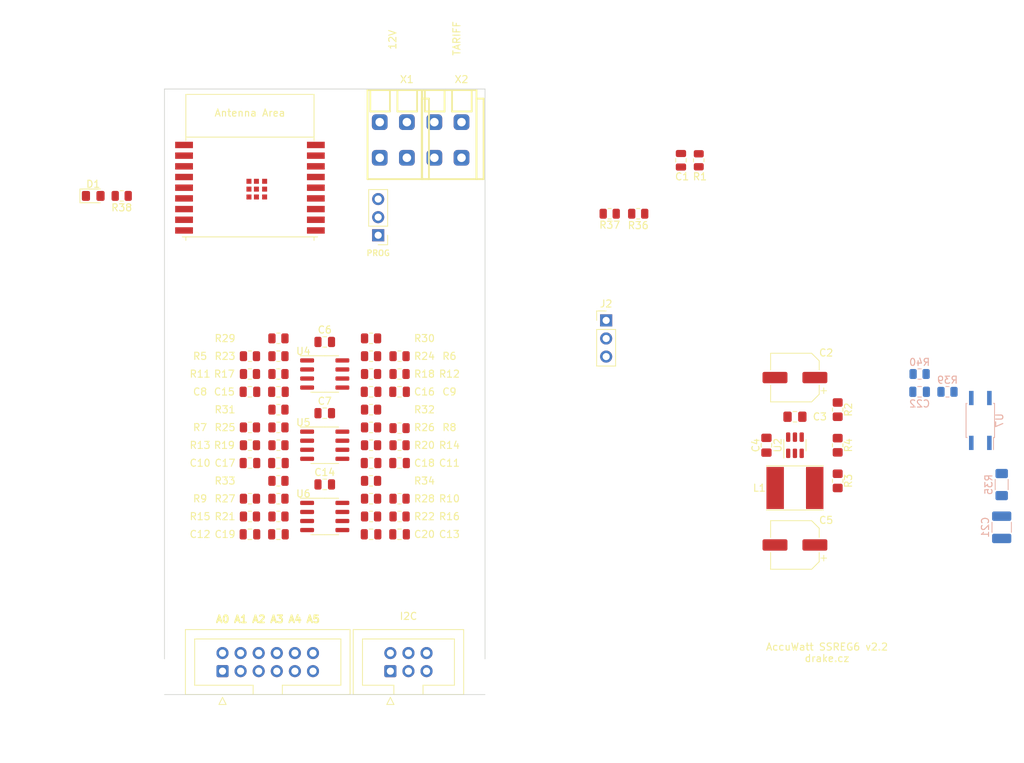
<source format=kicad_pcb>
(kicad_pcb (version 20230517) (generator pcbnew)
  (layers (0 "F.Cu" signal) (31 "B.Cu" signal) (34 "B.Paste" user) (35 "F.Paste" user) (36 "B.SilkS" user "B.Silkscreen") (37 "F.SilkS" user "F.Silkscreen") (38 "B.Mask" user) (39 "F.Mask" user) (44 "Edge.Cuts" user))
  (net 0 "")
  (net 1 "GND")
  (net 2 "Net-(U3-EN{slash}CHIP_PU)")
  (net 3 "+3V3")
  (net 4 "Net-(U2-BST)")
  (net 5 "Net-(X2-Pin_2)")
  (net 6 "+12V")
  (net 7 "/TARIFF")
  (net 8 "Net-(C11-Pad1)")
  (net 9 "Net-(U2-LX)")
  (net 10 "Net-(C8-Pad1)")
  (net 11 "Net-(U5A-+)")
  (net 12 "Net-(U5B-+)")
  (net 13 "Net-(U6B-+)")
  (net 14 "Net-(C9-Pad1)")
  (net 15 "Net-(C10-Pad1)")
  (net 16 "Net-(D1-A)")
  (net 17 "/AOUT0")
  (net 18 "/AOUT1")
  (net 19 "/AOUT2")
  (net 20 "/AOUT3")
  (net 21 "/AOUT4")
  (net 22 "/AOUT5")
  (net 23 "/SCL")
  (net 24 "/SDA")
  (net 25 "Net-(J1-Pin_1)")
  (net 26 "Net-(J1-Pin_3)")
  (net 27 "Net-(U4A-+)")
  (net 28 "Net-(U4B-+)")
  (net 29 "Net-(C21-Pad1)")
  (net 30 "Net-(U2-SHDN)")
  (net 31 "/DOUT0")
  (net 32 "/DOUT1")
  (net 33 "/DOUT2")
  (net 34 "/DOUT3")
  (net 35 "/DOUT4")
  (net 36 "/DOUT5")
  (net 37 "Net-(U5A--)")
  (net 38 "Net-(U5B--)")
  (net 39 "Net-(U6B--)")
  (net 40 "Net-(U2-FB)")
  (net 41 "Net-(U4A--)")
  (net 42 "/LED")
  (net 43 "Net-(X2-Pin_1)")
  (net 46 "Net-(C12-Pad1)")
  (net 47 "Net-(C13-Pad1)")
  (net 48 "Net-(U6A-+)")
  (net 49 "Net-(U6A--)")
  (net 50 "Net-(U4B--)")
  (net 51 "Net-(R35-Pad1)")
  (net 52 "Net-(R39-Pad1)")
  (net 55 "/DISP")
  (footprint "Capacitor_SMD:C_0805_2012Metric_Pad1.18x1.45mm_HandSolder" (layer "F.Cu") (at 138 88.5)
    (fp_text reference "C20" (at 7.5 0 180) (layer "F.SilkS"))
    (fp_text value "100n")
    (pad "1" smd roundrect (at -0.95 0) (size 1 1.45) (layers "F.Cu" "F.Paste" "F.Mask") (net 13 "Net-(U6B-+)"))
    (pad "2" smd roundrect (at 0.95 0) (size 1 1.45) (layers "F.Cu" "F.Paste" "F.Mask") (net 1 "GND"))
  )
  (footprint "Capacitor_SMD:C_0805_2012Metric_Pad1.18x1.45mm_HandSolder" (layer "F.Cu") (at 121 88.5 180)
    (fp_text reference "C12" (at 7 0) (layer "F.SilkS"))
    (fp_text value "100n")
    (pad "1" smd roundrect (at -0.95 0 180) (size 1 1.45) (layers "F.Cu" "F.Paste" "F.Mask") (net 46 "Net-(C12-Pad1)"))
    (pad "2" smd roundrect (at 0.95 0 180) (size 1 1.45) (layers "F.Cu" "F.Paste" "F.Mask") (net 1 "GND"))
  )
  (footprint "Capacitor_SMD:CP_Elec_6.3x5.4" (layer "F.Cu") (at 197.5 66.5 180)
    (fp_text reference "C2" (at -4.38 3.474999 -180) (layer "F.SilkS"))
    (fp_text value "100u/16V")
    (pad "1" smd roundrect (at -2.8 0 180) (size 3.5 1.6) (layers "F.Cu" "F.Paste" "F.Mask") (roundrect_rratio 0.15625) (net 6 "+12V"))
    (pad "2" smd roundrect (at 2.8 0 180) (size 3.5 1.6) (layers "F.Cu" "F.Paste" "F.Mask") (roundrect_rratio 0.15625) (net 1 "GND"))
  )
  (footprint "Drake:ESP32-C3-WROOM-02 Handsolder" (layer "F.Cu") (at 121 38)
    (fp_text reference "U3" hide)
    (fp_text value "ESP32-C3-WROOM-02")
    (fp_text user "Antenna Area" (at 0 -8.65) (layer "F.SilkS"))
    (pad "1" smd rect (at -9.25 -4.15) (size 2.5 0.9) (layers "F.Cu" "F.Paste" "F.Mask") (net 3 "+3V3"))
    (pad "2" smd rect (at -9.25 -2.65) (size 2.5 0.9) (layers "F.Cu" "F.Paste" "F.Mask") (net 2 "Net-(U3-EN{slash}CHIP_PU)"))
    (pad "3" smd rect (at -9.25 -1.15) (size 2.5 0.9) (layers "F.Cu" "F.Paste" "F.Mask") (net 35 "/DOUT4"))
    (pad "4" smd rect (at -9.25 0.35) (size 2.5 0.9) (layers "F.Cu" "F.Paste" "F.Mask") (net 36 "/DOUT5"))
    (pad "5" smd rect (at -9.25 1.85) (size 2.5 0.9) (layers "F.Cu" "F.Paste" "F.Mask") (net 42 "/LED"))
    (pad "6" smd rect (at -9.25 3.35) (size 2.5 0.9) (layers "F.Cu" "F.Paste" "F.Mask") (net 24 "/SDA"))
    (pad "7" smd rect (at -9.25 4.85) (size 2.5 0.9) (layers "F.Cu" "F.Paste" "F.Mask") (net 23 "/SCL"))
    (pad "8" smd rect (at -9.25 6.35) (size 2.5 0.9) (layers "F.Cu" "F.Paste" "F.Mask"))
    (pad "9" smd rect (at -9.25 7.85) (size 2.5 0.9) (layers "F.Cu" "F.Paste" "F.Mask") (net 1 "GND"))
    (pad "10" smd rect (at 9.25 7.85) (size 2.5 0.9) (layers "F.Cu" "F.Paste" "F.Mask") (net 7 "/TARIFF"))
    (pad "11" smd rect (at 9.25 6.35) (size 2.5 0.9) (layers "F.Cu" "F.Paste" "F.Mask"))
    (pad "12" smd rect (at 9.25 4.85) (size 2.5 0.9) (layers "F.Cu" "F.Paste" "F.Mask") (net 55 "/DISP"))
    (pad "13" smd rect (at 9.25 3.35) (size 2.5 0.9) (layers "F.Cu" "F.Paste" "F.Mask") (net 25 "Net-(J1-Pin_1)"))
    (pad "14" smd rect (at 9.25 1.85) (size 2.5 0.9) (layers "F.Cu" "F.Paste" "F.Mask") (net 26 "Net-(J1-Pin_3)"))
    (pad "15" smd rect (at 9.25 0.35) (size 2.5 0.9) (layers "F.Cu" "F.Paste" "F.Mask") (net 34 "/DOUT3"))
    (pad "16" smd rect (at 9.25 -1.15) (size 2.5 0.9) (layers "F.Cu" "F.Paste" "F.Mask") (net 33 "/DOUT2"))
    (pad "17" smd rect (at 9.25 -2.65) (size 2.5 0.9) (layers "F.Cu" "F.Paste" "F.Mask") (net 32 "/DOUT1"))
    (pad "18" smd rect (at 9.25 -4.15) (size 2.5 0.9) (layers "F.Cu" "F.Paste" "F.Mask") (net 31 "/DOUT0"))
    (pad "19" smd rect (at -0.14 0.95 180) (size 0.7 0.7) (layers "F.Cu" "F.Paste" "F.Mask") (net 1 "GND"))
    (pad "19" smd rect (at -0.14 2.05 180) (size 0.7 0.7) (layers "F.Cu" "F.Paste" "F.Mask") (net 1 "GND"))
    (pad "19" smd rect (at -0.14 3.15 180) (size 0.7 0.7) (layers "F.Cu" "F.Paste" "F.Mask") (net 1 "GND"))
    (pad "19" smd rect (at 0.91 0.95 180) (size 0.7 0.7) (layers "F.Cu" "F.Paste" "F.Mask") (net 1 "GND"))
    (pad "19" smd rect (at 0.91 2.05 180) (size 0.7 0.7) (layers "F.Cu" "F.Paste" "F.Mask") (net 1 "GND"))
    (pad "19" smd rect (at 0.91 3.15 180) (size 0.7 0.7) (layers "F.Cu" "F.Paste" "F.Mask") (net 1 "GND"))
    (pad "19" smd rect (at 2.06 0.95 180) (size 0.7 0.7) (layers "F.Cu" "F.Paste" "F.Mask") (net 1 "GND"))
    (pad "19" smd rect (at 2.06 2.05 180) (size 0.7 0.7) (layers "F.Cu" "F.Paste" "F.Mask") (net 1 "GND"))
    (pad "19" smd rect (at 2.06 3.15 180) (size 0.7 0.7) (layers "F.Cu" "F.Paste" "F.Mask") (net 1 "GND"))
  )
  (footprint "Drake:CKCS6028" (layer "F.Cu") (at 197.5 82)
    (fp_text reference "L1" (at -5 0) (layer "F.SilkS"))
    (fp_text value "6.8uH")
    (pad "1" smd rect (at -2.775 0) (size 2.45 5.9) (layers "F.Cu" "F.Paste" "F.Mask") (net 9 "Net-(U2-LX)"))
    (pad "2" smd rect (at 2.775 0) (size 2.45 5.9) (layers "F.Cu" "F.Paste" "F.Mask") (net 3 "+3V3"))
  )
  (footprint "Resistor_SMD:R_0805_2012Metric_Pad1.20x1.40mm_HandSolder" (layer "F.Cu") (at 184 36 90)
    (fp_text reference "R1" (at -2.3 0.16) (layer "F.SilkS"))
    (fp_text value "10k")
    (pad "1" smd roundrect (at -0.9125 0 90) (size 1.025 1.4) (layers "F.Cu" "F.Paste" "F.Mask") (roundrect_rratio 0.243902439) (net 2 "Net-(U3-EN{slash}CHIP_PU)"))
    (pad "2" smd roundrect (at 0.9125 0 90) (size 1.025 1.4) (layers "F.Cu" "F.Paste" "F.Mask") (roundrect_rratio 0.243902439) (net 3 "+3V3"))
  )
  (footprint "Resistor_SMD:R_0805_2012Metric_Pad1.20x1.40mm_HandSolder" (layer "F.Cu") (at 138 83.5)
    (fp_text reference "R28" (at 7.5 0) (layer "F.SilkS"))
    (fp_text value "100k")
    (pad "1" smd roundrect (at -0.9125 0) (size 1.025 1.4) (layers "F.Cu" "F.Paste" "F.Mask") (roundrect_rratio 0.243902439) (net 39 "Net-(U6B--)"))
    (pad "2" smd roundrect (at 0.9125 0) (size 1.025 1.4) (layers "F.Cu" "F.Paste" "F.Mask") (roundrect_rratio 0.243902439) (net 1 "GND"))
  )
  (footprint "Resistor_SMD:R_0805_2012Metric_Pad1.20x1.40mm_HandSolder" (layer "F.Cu") (at 142 83.5)
    (fp_text reference "R10" (at 7 0) (layer "F.SilkS"))
    (fp_text value "100k")
    (pad "1" smd roundrect (at -0.9125 0) (size 1.025 1.4) (layers "F.Cu" "F.Paste" "F.Mask") (roundrect_rratio 0.243902) (net 1 "GND"))
    (pad "2" smd roundrect (at 0.9125 0) (size 1.025 1.4) (layers "F.Cu" "F.Paste" "F.Mask") (roundrect_rratio 0.243902) (net 36 "/DOUT5"))
  )
  (footprint "Capacitor_SMD:C_0805_2012Metric_Pad1.18x1.45mm_HandSolder" (layer "F.Cu") (at 142 68.5)
    (fp_text reference "C9" (at 7 0 180) (layer "F.SilkS"))
    (fp_text value "100n")
    (pad "1" smd roundrect (at -0.95 0) (size 1 1.45) (layers "F.Cu" "F.Paste" "F.Mask") (net 14 "Net-(C9-Pad1)"))
    (pad "2" smd roundrect (at 0.95 0) (size 1 1.45) (layers "F.Cu" "F.Paste" "F.Mask") (net 1 "GND"))
  )
  (footprint "Capacitor_SMD:C_0805_2012Metric_Pad1.18x1.45mm_HandSolder" (layer "F.Cu") (at 142 78.5)
    (fp_text reference "C11" (at 7 0 180) (layer "F.SilkS"))
    (fp_text value "100n")
    (pad "1" smd roundrect (at -0.95 0) (size 1 1.45) (layers "F.Cu" "F.Paste" "F.Mask") (net 8 "Net-(C11-Pad1)"))
    (pad "2" smd roundrect (at 0.95 0) (size 1 1.45) (layers "F.Cu" "F.Paste" "F.Mask") (net 1 "GND"))
  )
  (footprint "Resistor_SMD:R_0805_2012Metric_Pad1.20x1.40mm_HandSolder" (layer "F.Cu") (at 125 83.5 180)
    (fp_text reference "R27" (at 7.5 0 -180) (layer "F.SilkS"))
    (fp_text value "100k")
    (pad "1" smd roundrect (at -0.9125 0 180) (size 1.025 1.4) (layers "F.Cu" "F.Paste" "F.Mask") (roundrect_rratio 0.243902439) (net 49 "Net-(U6A--)"))
    (pad "2" smd roundrect (at 0.9125 0 180) (size 1.025 1.4) (layers "F.Cu" "F.Paste" "F.Mask") (roundrect_rratio 0.243902439) (net 1 "GND"))
  )
  (footprint "Package_SO:SOIC-8_3.9x4.9mm_P1.27mm" (layer "F.Cu") (at 131.5 86)
    (fp_text reference "U6" (at -3 -3.2) (layer "F.SilkS"))
    (fp_text value "LM358")
    (pad "1" smd roundrect (at -2.475 -1.905) (size 1.95 0.6) (layers "F.Cu" "F.Paste" "F.Mask") (net 21 "/AOUT4"))
    (pad "2" smd roundrect (at -2.475 -0.635) (size 1.95 0.6) (layers "F.Cu" "F.Paste" "F.Mask") (net 49 "Net-(U6A--)"))
    (pad "3" smd roundrect (at -2.475 0.635) (size 1.95 0.6) (layers "F.Cu" "F.Paste" "F.Mask") (net 48 "Net-(U6A-+)"))
    (pad "4" smd roundrect (at -2.475 1.905) (size 1.95 0.6) (layers "F.Cu" "F.Paste" "F.Mask") (net 1 "GND"))
    (pad "5" smd roundrect (at 2.475 1.905) (size 1.95 0.6) (layers "F.Cu" "F.Paste" "F.Mask") (net 13 "Net-(U6B-+)"))
    (pad "6" smd roundrect (at 2.475 0.635) (size 1.95 0.6) (layers "F.Cu" "F.Paste" "F.Mask") (net 39 "Net-(U6B--)"))
    (pad "7" smd roundrect (at 2.475 -0.635) (size 1.95 0.6) (layers "F.Cu" "F.Paste" "F.Mask") (net 22 "/AOUT5"))
    (pad "8" smd roundrect (at 2.475 -1.905) (size 1.95 0.6) (layers "F.Cu" "F.Paste" "F.Mask") (net 6 "+12V"))
  )
  (footprint "Resistor_SMD:R_0805_2012Metric_Pad1.20x1.40mm_HandSolder" (layer "F.Cu") (at 142 76 180)
    (fp_text reference "R14" (at -7 0 -180) (layer "F.SilkS"))
    (fp_text value "1k5")
    (pad "1" smd roundrect (at -0.9125 0 180) (size 1.025 1.4) (layers "F.Cu" "F.Paste" "F.Mask") (roundrect_rratio 0.243902439) (net 34 "/DOUT3"))
    (pad "2" smd roundrect (at 0.9125 0 180) (size 1.025 1.4) (layers "F.Cu" "F.Paste" "F.Mask") (roundrect_rratio 0.243902439) (net 8 "Net-(C11-Pad1)"))
  )
  (footprint "Capacitor_SMD:C_0805_2012Metric_Pad1.18x1.45mm_HandSolder" (layer "F.Cu") (at 121 68.5 180)
    (fp_text reference "C8" (at 7 0) (layer "F.SilkS"))
    (fp_text value "100n")
    (pad "1" smd roundrect (at -0.95 0 180) (size 1 1.45) (layers "F.Cu" "F.Paste" "F.Mask") (net 10 "Net-(C8-Pad1)"))
    (pad "2" smd roundrect (at 0.95 0 180) (size 1 1.45) (layers "F.Cu" "F.Paste" "F.Mask") (net 1 "GND"))
  )
  (footprint "Resistor_SMD:R_0805_2012Metric_Pad1.20x1.40mm_HandSolder" (layer "F.Cu") (at 125 76)
    (fp_text reference "R19" (at -7.59 0 180) (layer "F.SilkS"))
    (fp_text value "1k5")
    (pad "1" smd roundrect (at -0.9125 0) (size 1.025 1.4) (layers "F.Cu" "F.Paste" "F.Mask") (roundrect_rratio 0.243902439) (net 15 "Net-(C10-Pad1)"))
    (pad "2" smd roundrect (at 0.9125 0) (size 1.025 1.4) (layers "F.Cu" "F.Paste" "F.Mask") (roundrect_rratio 0.243902439) (net 11 "Net-(U5A-+)"))
  )
  (footprint "Capacitor_SMD:C_0805_2012Metric_Pad1.18x1.45mm_HandSolder" (layer "F.Cu") (at 131.5 71.5 180)
    (fp_text reference "C7" (at 0 1.7 -180) (layer "F.SilkS"))
    (fp_text value "100n")
    (pad "1" smd roundrect (at -0.95 0 180) (size 1 1.45) (layers "F.Cu" "F.Paste" "F.Mask") (net 6 "+12V"))
    (pad "2" smd roundrect (at 0.95 0 180) (size 1 1.45) (layers "F.Cu" "F.Paste" "F.Mask") (net 1 "GND"))
  )
  (footprint "Capacitor_SMD:C_0805_2012Metric_Pad1.18x1.45mm_HandSolder" (layer "F.Cu") (at 121 78.5 180)
    (fp_text reference "C10" (at 7 0) (layer "F.SilkS"))
    (fp_text value "100n")
    (pad "1" smd roundrect (at -0.95 0 180) (size 1 1.45) (layers "F.Cu" "F.Paste" "F.Mask") (net 15 "Net-(C10-Pad1)"))
    (pad "2" smd roundrect (at 0.95 0 180) (size 1 1.45) (layers "F.Cu" "F.Paste" "F.Mask") (net 1 "GND"))
  )
  (footprint "Capacitor_SMD:C_0805_2012Metric_Pad1.18x1.45mm_HandSolder" (layer "F.Cu") (at 138 78.5)
    (fp_text reference "C18" (at 7.5 0 180) (layer "F.SilkS"))
    (fp_text value "100n")
    (pad "1" smd roundrect (at -0.95 0) (size 1 1.45) (layers "F.Cu" "F.Paste" "F.Mask") (net 12 "Net-(U5B-+)"))
    (pad "2" smd roundrect (at 0.95 0) (size 1 1.45) (layers "F.Cu" "F.Paste" "F.Mask") (net 1 "GND"))
  )
  (footprint "Resistor_SMD:R_0805_2012Metric_Pad1.20x1.40mm_HandSolder" (layer "F.Cu") (at 203.5 71 90)
    (fp_text reference "R2" (at 0 1.5 -90) (layer "F.SilkS"))
    (fp_text value "100k")
    (pad "1" smd roundrect (at -1 0 90) (size 1.2 1.4) (layers "F.Cu" "F.Paste" "F.Mask") (roundrect_rratio 0.2083333333) (net 30 "Net-(U2-SHDN)"))
    (pad "2" smd roundrect (at 1 0 90) (size 1.2 1.4) (layers "F.Cu" "F.Paste" "F.Mask") (roundrect_rratio 0.2083333333) (net 6 "+12V"))
  )
  (footprint "Resistor_SMD:R_0805_2012Metric_Pad1.20x1.40mm_HandSolder" (layer "F.Cu") (at 138 86 180)
    (fp_text reference "R22" (at -7.5 0) (layer "F.SilkS"))
    (fp_text value "1k5")
    (pad "1" smd roundrect (at -0.9125 0 180) (size 1.025 1.4) (layers "F.Cu" "F.Paste" "F.Mask") (roundrect_rratio 0.243902439) (net 47 "Net-(C13-Pad1)"))
    (pad "2" smd roundrect (at 0.9125 0 180) (size 1.025 1.4) (layers "F.Cu" "F.Paste" "F.Mask") (roundrect_rratio 0.243902439) (net 13 "Net-(U6B-+)"))
  )
  (footprint "Drake:DG235-3.81-02P" (layer "F.Cu") (at 150.698 35.648464 180)
    (fp_text reference "X2" (at 0 11 -180) (layer "F.SilkS"))
    (fp_text value "TARIFF" (at 0.67 14.252 -90) (layer "F.SilkS") (effects (justify left)))
    (pad "1" thru_hole roundrect (at 0 0 180) (size 2.2 2.2) (drill 1.2) (layers "*.Cu" "*.Mask") (net 43 "Net-(X2-Pin_1)"))
    (pad "1" thru_hole roundrect (at 0 5 180) (size 2.2 2.2) (drill 1.2) (layers "*.Cu" "*.Mask") (net 43 "Net-(X2-Pin_1)"))
    (pad "2" thru_hole roundrect (at 3.81 0 180) (size 2.2 2.2) (drill 1.2) (layers "*.Cu" "*.Mask") (net 5 "Net-(X2-Pin_2)"))
    (pad "2" thru_hole roundrect (at 3.81 5 180) (size 2.2 2.2) (drill 1.2) (layers "*.Cu" "*.Mask") (net 5 "Net-(X2-Pin_2)"))
  )
  (footprint "Connector_IDC:IDC-Header_2x03_P2.54mm_Vertical" (layer "F.Cu") (at 140.71 107.71 90)
    (fp_text reference "I2C1" hide)
    (fp_text value "I2C" (at 7.71 2.54) (layer "F.SilkS"))
    (pad "1" thru_hole roundrect (at 0 0 90) (size 1.7 1.7) (drill 1) (layers "*.Cu" "*.Mask") (roundrect_rratio 0.1470588235) (net 1 "GND"))
    (pad "2" thru_hole circle (at 2.54 0 90) (size 1.7 1.7) (drill 1) (layers "*.Cu" "*.Mask") (net 23 "/SCL"))
    (pad "3" thru_hole circle (at 0 2.54 90) (size 1.7 1.7) (drill 1) (layers "*.Cu" "*.Mask") (net 24 "/SDA"))
    (pad "4" thru_hole circle (at 2.54 2.54 90) (size 1.7 1.7) (drill 1) (layers "*.Cu" "*.Mask") (net 3 "+3V3"))
    (pad "5" thru_hole circle (at 0 5.08 90) (size 1.7 1.7) (drill 1) (layers "*.Cu" "*.Mask"))
    (pad "6" thru_hole circle (at 2.54 5.08 90) (size 1.7 1.7) (drill 1) (layers "*.Cu" "*.Mask"))
  )
  (footprint "Resistor_SMD:R_0805_2012Metric_Pad1.20x1.40mm_HandSolder" (layer "F.Cu") (at 125 73.5 180)
    (fp_text reference "R25" (at 7.5 0 -180) (layer "F.SilkS"))
    (fp_text value "100k")
    (pad "1" smd roundrect (at -0.9125 0 180) (size 1.025 1.4) (layers "F.Cu" "F.Paste" "F.Mask") (roundrect_rratio 0.243902439) (net 37 "Net-(U5A--)"))
    (pad "2" smd roundrect (at 0.9125 0 180) (size 1.025 1.4) (layers "F.Cu" "F.Paste" "F.Mask") (roundrect_rratio 0.243902439) (net 1 "GND"))
  )
  (footprint "Resistor_SMD:R_0805_2012Metric_Pad1.20x1.40mm_HandSolder" (layer "F.Cu") (at 125 66)
    (fp_text reference "R17" (at -7.59 0 180) (layer "F.SilkS"))
    (fp_text value "1k5")
    (pad "1" smd roundrect (at -0.9125 0) (size 1.025 1.4) (layers "F.Cu" "F.Paste" "F.Mask") (roundrect_rratio 0.243902439) (net 10 "Net-(C8-Pad1)"))
    (pad "2" smd roundrect (at 0.9125 0) (size 1.025 1.4) (layers "F.Cu" "F.Paste" "F.Mask") (roundrect_rratio 0.243902439) (net 27 "Net-(U4A-+)"))
  )
  (footprint "Resistor_SMD:R_0805_2012Metric_Pad1.20x1.40mm_HandSolder" (layer "F.Cu") (at 121 73.5 180)
    (fp_text reference "R7" (at 7 0 -180) (layer "F.SilkS"))
    (fp_text value "100k")
    (pad "1" smd roundrect (at -0.9125 0 180) (size 1.025 1.4) (layers "F.Cu" "F.Paste" "F.Mask") (roundrect_rratio 0.243902) (net 1 "GND"))
    (pad "2" smd roundrect (at 0.9125 0 180) (size 1.025 1.4) (layers "F.Cu" "F.Paste" "F.Mask") (roundrect_rratio 0.243902) (net 33 "/DOUT2"))
  )
  (footprint "Resistor_SMD:R_0805_2012Metric_Pad1.20x1.40mm_HandSolder" (layer "F.Cu") (at 125 86)
    (fp_text reference "R21" (at -7.5 0 180) (layer "F.SilkS"))
    (fp_text value "1k5")
    (pad "1" smd roundrect (at -0.9125 0) (size 1.025 1.4) (layers "F.Cu" "F.Paste" "F.Mask") (roundrect_rratio 0.243902439) (net 46 "Net-(C12-Pad1)"))
    (pad "2" smd roundrect (at 0.9125 0) (size 1.025 1.4) (layers "F.Cu" "F.Paste" "F.Mask") (roundrect_rratio 0.243902439) (net 48 "Net-(U6A-+)"))
  )
  (footprint "Connector_PinHeader_2.54mm:PinHeader_1x03_P2.54mm_Vertical" (layer "F.Cu") (at 171 58.475)
    (fp_text reference "J2" (at 0 -2.33) (layer "F.SilkS"))
    (fp_text value "Display")
    (pad "1" thru_hole rect (at 0 0) (size 1.7 1.7) (drill 1) (layers "*.Cu" "*.Mask") (net 1 "GND"))
    (pad "2" thru_hole oval (at 0 2.54) (size 1.7 1.7) (drill 1) (layers "*.Cu" "*.Mask") (net 55 "/DISP"))
    (pad "3" thru_hole oval (at 0 5.08) (size 1.7 1.7) (drill 1) (layers "*.Cu" "*.Mask") (net 3 "+3V3"))
  )
  (footprint "Drake:DG235-3.81-02P" (layer "F.Cu") (at 143.028 35.648464 180)
    (fp_text reference "X1" (at 0 11 -180) (layer "F.SilkS"))
    (fp_text value "12V" (at 2 18.052 -90) (layer "F.SilkS") (effects (justify right)))
    (pad "1" thru_hole roundrect (at 0 0 180) (size 2.2 2.2) (drill 1.2) (layers "*.Cu" "*.Mask") (net 1 "GND"))
    (pad "1" thru_hole roundrect (at 0 5 180) (size 2.2 2.2) (drill 1.2) (layers "*.Cu" "*.Mask") (net 1 "GND"))
    (pad "2" thru_hole roundrect (at 3.81 0 180) (size 2.2 2.2) (drill 1.2) (layers "*.Cu" "*.Mask") (net 6 "+12V"))
    (pad "2" thru_hole roundrect (at 3.81 5 180) (size 2.2 2.2) (drill 1.2) (layers "*.Cu" "*.Mask") (net 6 "+12V"))
  )
  (footprint "Capacitor_SMD:C_0805_2012Metric_Pad1.18x1.45mm_HandSolder" (layer "F.Cu") (at 197.5 72)
    (fp_text reference "C3" (at 3.5 0) (layer "F.SilkS"))
    (fp_text value "100n")
    (pad "1" smd roundrect (at -1.0375 0) (size 1.175 1.45) (layers "F.Cu" "F.Paste" "F.Mask") (roundrect_rratio 0.2127659574) (net 1 "GND"))
    (pad "2" smd roundrect (at 1.0375 0) (size 1.175 1.45) (layers "F.Cu" "F.Paste" "F.Mask") (roundrect_rratio 0.2127659574) (net 6 "+12V"))
  )
  (footprint "Resistor_SMD:R_0805_2012Metric_Pad1.20x1.40mm_HandSolder" (layer "F.Cu") (at 138 81 180)
    (fp_text reference "R34" (at -7.5 0 -180) (layer "F.SilkS"))
    (fp_text value "56k")
    (pad "1" smd roundrect (at -0.9125 0 180) (size 1.025 1.4) (layers "F.Cu" "F.Paste" "F.Mask") (roundrect_rratio 0.243902439) (net 39 "Net-(U6B--)"))
    (pad "2" smd roundrect (at 0.9125 0 180) (size 1.025 1.4) (layers "F.Cu" "F.Paste" "F.Mask") (roundrect_rratio 0.243902439) (net 22 "/AOUT5"))
  )
  (footprint "Capacitor_SMD:C_0805_2012Metric_Pad1.18x1.45mm_HandSolder" (layer "F.Cu") (at 181.5 36 -90)
    (fp_text reference "C1" (at 2.3 -0.16 180) (layer "F.SilkS"))
    (fp_text value "1u")
    (pad "1" smd roundrect (at -0.95 0 270) (size 1 1.45) (layers "F.Cu" "F.Paste" "F.Mask") (net 1 "GND"))
    (pad "2" smd roundrect (at 0.95 0 270) (size 1 1.45) (layers "F.Cu" "F.Paste" "F.Mask") (net 2 "Net-(U3-EN{slash}CHIP_PU)"))
  )
  (footprint "Capacitor_SMD:C_0805_2012Metric_Pad1.18x1.45mm_HandSolder" (layer "F.Cu") (at 193.5 76 90)
    (fp_text reference "C4" (at 0 -1.5 -90) (layer "F.SilkS"))
    (fp_text value "100n")
    (pad "1" smd roundrect (at -1.0375 0 90) (size 1.175 1.45) (layers "F.Cu" "F.Paste" "F.Mask") (roundrect_rratio 0.2127659574) (net 4 "Net-(U2-BST)"))
    (pad "2" smd roundrect (at 1.0375 0 90) (size 1.175 1.45) (layers "F.Cu" "F.Paste" "F.Mask") (roundrect_rratio 0.2127659574) (net 9 "Net-(U2-LX)"))
  )
  (footprint "Package_TO_SOT_SMD:SOT-23-6" (layer "F.Cu") (at 197.5 76 90)
    (fp_text reference "U2" (at 0 -2.4 -90) (layer "F.SilkS"))
    (fp_text value "FR8205")
    (pad "1" smd roundrect (at -1.1375 -0.95 90) (size 1.325 0.6) (layers "F.Cu" "F.Paste" "F.Mask") (net 4 "Net-(U2-BST)"))
    (pad "2" smd roundrect (at -1.1375 0 90) (size 1.325 0.6) (layers "F.Cu" "F.Paste" "F.Mask") (net 1 "GND"))
    (pad "3" smd roundrect (at -1.1375 0.95 90) (size 1.325 0.6) (layers "F.Cu" "F.Paste" "F.Mask") (net 40 "Net-(U2-FB)"))
    (pad "4" smd roundrect (at 1.1375 0.95 90) (size 1.325 0.6) (layers "F.Cu" "F.Paste" "F.Mask") (net 30 "Net-(U2-SHDN)"))
    (pad "5" smd roundrect (at 1.1375 0 90) (size 1.325 0.6) (layers "F.Cu" "F.Paste" "F.Mask") (net 6 "+12V"))
    (pad "6" smd roundrect (at 1.1375 -0.95 90) (size 1.325 0.6) (layers "F.Cu" "F.Paste" "F.Mask") (net 9 "Net-(U2-LX)"))
  )
  (footprint "Resistor_SMD:R_0805_2012Metric_Pad1.20x1.40mm_HandSolder" (layer "F.Cu") (at 138 73.5)
    (fp_text reference "R26" (at 7.5 0) (layer "F.SilkS"))
    (fp_text value "100k")
    (pad "1" smd roundrect (at -0.9125 0) (size 1.025 1.4) (layers "F.Cu" "F.Paste" "F.Mask") (roundrect_rratio 0.243902439) (net 38 "Net-(U5B--)"))
    (pad "2" smd roundrect (at 0.9125 0) (size 1.025 1.4) (layers "F.Cu" "F.Paste" "F.Mask") (roundrect_rratio 0.243902439) (net 1 "GND"))
  )
  (footprint "Capacitor_SMD:C_0805_2012Metric_Pad1.18x1.45mm_HandSolder" (layer "F.Cu") (at 131.5 61.5 180)
    (fp_text reference "C6" (at 0 1.7 -180) (layer "F.SilkS"))
    (fp_text value "100n")
    (pad "1" smd roundrect (at -0.95 0 180) (size 1 1.45) (layers "F.Cu" "F.Paste" "F.Mask") (net 6 "+12V"))
    (pad "2" smd roundrect (at 0.95 0 180) (size 1 1.45) (layers "F.Cu" "F.Paste" "F.Mask") (net 1 "GND"))
  )
  (footprint "Connector_IDC:IDC-Header_2x06_P2.54mm_Vertical" (layer "F.Cu") (at 117.15 107.71 90)
    (fp_text reference "DO1" hide)
    (fp_text value "Regulators")
    (pad "1" thru_hole roundrect (at 0 0 90) (size 1.7 1.7) (drill 1) (layers "*.Cu" "*.Mask") (roundrect_rratio 0.1470588235) (net 1 "GND"))
    (pad "2" thru_hole circle (at 2.54 0 90) (size 1.7 1.7) (drill 1) (layers "*.Cu" "*.Mask") (net 17 "/AOUT0"))
    (pad "3" thru_hole circle (at 0 2.54 90) (size 1.7 1.7) (drill 1) (layers "*.Cu" "*.Mask") (net 1 "GND"))
    (pad "4" thru_hole circle (at 2.54 2.54 90) (size 1.7 1.7) (drill 1) (layers "*.Cu" "*.Mask") (net 18 "/AOUT1"))
    (pad "5" thru_hole circle (at 0 5.08 90) (size 1.7 1.7) (drill 1) (layers "*.Cu" "*.Mask") (net 1 "GND"))
    (pad "6" thru_hole circle (at 2.54 5.08 90) (size 1.7 1.7) (drill 1) (layers "*.Cu" "*.Mask") (net 19 "/AOUT2"))
    (pad "7" thru_hole circle (at 0 7.62 90) (size 1.7 1.7) (drill 1) (layers "*.Cu" "*.Mask") (net 1 "GND"))
    (pad "8" thru_hole circle (at 2.54 7.62 90) (size 1.7 1.7) (drill 1) (layers "*.Cu" "*.Mask") (net 20 "/AOUT3"))
    (pad "9" thru_hole circle (at 0 10.16 90) (size 1.7 1.7) (drill 1) (layers "*.Cu" "*.Mask") (net 1 "GND"))
    (pad "10" thru_hole circle (at 2.54 10.16 90) (size 1.7 1.7) (drill 1) (layers "*.Cu" "*.Mask") (net 21 "/AOUT4"))
    (pad "11" thru_hole circle (at 0 12.7 90) (size 1.7 1.7) (drill 1) (layers "*.Cu" "*.Mask") (net 1 "GND"))
    (pad "12" thru_hole circle (at 2.54 12.7 90) (size 1.7 1.7) (drill 1) (layers "*.Cu" "*.Mask") (net 22 "/AOUT5"))
  )
  (footprint "Resistor_SMD:R_0805_2012Metric_Pad1.20x1.40mm_HandSolder" (layer "F.Cu") (at 121 83.5 180)
    (fp_text reference "R9" (at 7 0 -180) (layer "F.SilkS"))
    (fp_text value "100k")
    (pad "1" smd roundrect (at -0.9125 0 180) (size 1.025 1.4) (layers "F.Cu" "F.Paste" "F.Mask") (roundrect_rratio 0.243902) (net 1 "GND"))
    (pad "2" smd roundrect (at 0.9125 0 180) (size 1.025 1.4) (layers "F.Cu" "F.Paste" "F.Mask") (roundrect_rratio 0.243902) (net 35 "/DOUT4"))
  )
  (footprint "Capacitor_SMD:C_0805_2012Metric_Pad1.18x1.45mm_HandSolder" (layer "F.Cu") (at 131.5 81.5 180)
    (fp_text reference "C14" (at 0 1.7 -180) (layer "F.SilkS"))
    (fp_text value "100n")
    (pad "1" smd roundrect (at -0.95 0 180) (size 1 1.45) (layers "F.Cu" "F.Paste" "F.Mask") (net 6 "+12V"))
    (pad "2" smd roundrect (at 0.95 0 180) (size 1 1.45) (layers "F.Cu" "F.Paste" "F.Mask") (net 1 "GND"))
  )
  (footprint "Package_SO:SOIC-8_3.9x4.9mm_P1.27mm" (layer "F.Cu") (at 131.5 66)
    (fp_text reference "U4" (at -3 -3.2) (layer "F.SilkS"))
    (fp_text value "LM358")
    (pad "1" smd roundrect (at -2.475 -1.905) (size 1.95 0.6) (layers "F.Cu" "F.Paste" "F.Mask") (net 17 "/AOUT0"))
    (pad "2" smd roundrect (at -2.475 -0.635) (size 1.95 0.6) (layers "F.Cu" "F.Paste" "F.Mask") (net 41 "Net-(U4A--)"))
    (pad "3" smd roundrect (at -2.475 0.635) (size 1.95 0.6) (layers "F.Cu" "F.Paste" "F.Mask") (net 27 "Net-(U4A-+)"))
    (pad "4" smd roundrect (at -2.475 1.905) (size 1.95 0.6) (layers "F.Cu" "F.Paste" "F.Mask") (net 1 "GND"))
    (pad "5" smd roundrect (at 2.475 1.905) (size 1.95 0.6) (layers "F.Cu" "F.Paste" "F.Mask") (net 28 "Net-(U4B-+)"))
    (pad "6" smd roundrect (at 2.475 0.635) (size 1.95 0.6) (layers "F.Cu" "F.Paste" "F.Mask") (net 50 "Net-(U4B--)"))
    (pad "7" smd roundrect (at 2.475 -0.635) (size 1.95 0.6) (layers "F.Cu" "F.Paste" "F.Mask") (net 18 "/AOUT1"))
    (pad "8" smd roundrect (at 2.475 -1.905) (size 1.95 0.6) (layers "F.Cu" "F.Paste" "F.Mask") (net 6 "+12V"))
  )
  (footprint "Resistor_SMD:R_0805_2012Metric_Pad1.20x1.40mm_HandSolder" (layer "F.Cu") (at 121 66)
    (fp_text reference "R11" (at -7 0 180) (layer "F.SilkS"))
    (fp_text value "1k5")
    (pad "1" smd roundrect (at -0.9125 0) (size 1.025 1.4) (layers "F.Cu" "F.Paste" "F.Mask") (roundrect_rratio 0.243902439) (net 31 "/DOUT0"))
    (pad "2" smd roundrect (at 0.9125 0) (size 1.025 1.4) (layers "F.Cu" "F.Paste" "F.Mask") (roundrect_rratio 0.243902439) (net 10 "Net-(C8-Pad1)"))
  )
  (footprint "Capacitor_SMD:C_0805_2012Metric_Pad1.18x1.45mm_HandSolder" (layer "F.Cu") (at 125 78.5 180)
    (fp_text reference "C17" (at 7.5 0) (layer "F.SilkS"))
    (fp_text value "100n")
    (pad "1" smd roundrect (at -0.95 0 180) (size 1 1.45) (layers "F.Cu" "F.Paste" "F.Mask") (net 11 "Net-(U5A-+)"))
    (pad "2" smd roundrect (at 0.95 0 180) (size 1 1.45) (layers "F.Cu" "F.Paste" "F.Mask") (net 1 "GND"))
  )
  (footprint "Resistor_SMD:R_0805_2012Metric_Pad1.20x1.40mm_HandSolder" (layer "F.Cu") (at 125 81)
    (fp_text reference "R33" (at -7.5 0) (layer "F.SilkS"))
    (fp_text value "56k")
    (pad "1" smd roundrect (at -0.9125 0) (size 1.025 1.4) (layers "F.Cu" "F.Paste" "F.Mask") (roundrect_rratio 0.243902439) (net 49 "Net-(U6A--)"))
    (pad "2" smd roundrect (at 0.9125 0) (size 1.025 1.4) (layers "F.Cu" "F.Paste" "F.Mask") (roundrect_rratio 0.243902439) (net 21 "/AOUT4"))
  )
  (footprint "Connector_PinHeader_2.54mm:PinHeader_1x03_P2.54mm_Vertical" (layer "F.Cu") (at 139 46.525 180)
    (fp_text reference "J1" hide)
    (fp_text value "PROG" (at 0 -2.5 -180) (layer "F.SilkS") (effects (font (size 0.8 0.8))))
    (pad "1" thru_hole rect (at 0 0 180) (size 1.7 1.7) (drill 1) (layers "*.Cu" "*.Mask") (net 25 "Net-(J1-Pin_1)"))
    (pad "2" thru_hole oval (at 0 2.54 180) (size 1.7 1.7) (drill 1) (layers "*.Cu" "*.Mask") (net 1 "GND"))
    (pad "3" thru_hole oval (at 0 5.08 180) (size 1.7 1.7) (drill 1) (layers "*.Cu" "*.Mask") (net 26 "Net-(J1-Pin_3)"))
  )
  (footprint "Capacitor_SMD:C_0805_2012Metric_Pad1.18x1.45mm_HandSolder" (layer "F.Cu") (at 138 68.5)
    (fp_text reference "C16" (at 7.5 0 180) (layer "F.SilkS"))
    (fp_text value "100n")
    (pad "1" smd roundrect (at -0.95 0) (size 1 1.45) (layers "F.Cu" "F.Paste" "F.Mask") (net 28 "Net-(U4B-+)"))
    (pad "2" smd roundrect (at 0.95 0) (size 1 1.45) (layers "F.Cu" "F.Paste" "F.Mask") (net 1 "GND"))
  )
  (footprint "Resistor_SMD:R_0805_2012Metric_Pad1.20x1.40mm_HandSolder" (layer "F.Cu") (at 138 61 180)
    (fp_text reference "R30" (at -7.5 0 -180) (layer "F.SilkS"))
    (fp_text value "56k")
    (pad "1" smd roundrect (at -0.9125 0 180) (size 1.025 1.4) (layers "F.Cu" "F.Paste" "F.Mask") (roundrect_rratio 0.243902439) (net 50 "Net-(U4B--)"))
    (pad "2" smd roundrect (at 0.9125 0 180) (size 1.025 1.4) (layers "F.Cu" "F.Paste" "F.Mask") (roundrect_rratio 0.243902439) (net 18 "/AOUT1"))
  )
  (footprint "Resistor_SMD:R_0805_2012Metric_Pad1.20x1.40mm_HandSolder" (layer "F.Cu") (at 142 73.6)
    (fp_text reference "R8" (at 7 -0.1) (layer "F.SilkS"))
    (fp_text value "100k")
    (pad "1" smd roundrect (at -0.9125 0) (size 1.025 1.4) (layers "F.Cu" "F.Paste" "F.Mask") (roundrect_rratio 0.243902) (net 1 "GND"))
    (pad "2" smd roundrect (at 0.9125 0) (size 1.025 1.4) (layers "F.Cu" "F.Paste" "F.Mask") (roundrect_rratio 0.243902) (net 34 "/DOUT3"))
  )
  (footprint "Resistor_SMD:R_0805_2012Metric_Pad1.20x1.40mm_HandSolder" (layer "F.Cu") (at 203.5 81 -90)
    (fp_text reference "R3" (at 0 -1.5 90) (layer "F.SilkS"))
    (fp_text value "30k 1%")
    (pad "1" smd roundrect (at -1 0 270) (size 1.2 1.4) (layers "F.Cu" "F.Paste" "F.Mask") (roundrect_rratio 0.2083333333) (net 40 "Net-(U2-FB)"))
    (pad "2" smd roundrect (at 1 0 270) (size 1.2 1.4) (layers "F.Cu" "F.Paste" "F.Mask") (roundrect_rratio 0.2083333333) (net 3 "+3V3"))
  )
  (footprint "Resistor_SMD:R_0805_2012Metric_Pad1.20x1.40mm_HandSolder" (layer "F.Cu") (at 125 63.5 180)
    (fp_text reference "R23" (at 7.5 0 -180) (layer "F.SilkS"))
    (fp_text value "100k")
    (pad "1" smd roundrect (at -0.9125 0 180) (size 1.025 1.4) (layers "F.Cu" "F.Paste" "F.Mask") (roundrect_rratio 0.243902439) (net 41 "Net-(U4A--)"))
    (pad "2" smd roundrect (at 0.9125 0 180) (size 1.025 1.4) (layers "F.Cu" "F.Paste" "F.Mask") (roundrect_rratio 0.243902439) (net 1 "GND"))
  )
  (footprint "Resistor_SMD:R_0805_2012Metric_Pad1.20x1.40mm_HandSolder" (layer "F.Cu") (at 138 71 180)
    (fp_text reference "R32" (at -7.5 0 -180) (layer "F.SilkS"))
    (fp_text value "56k")
    (pad "1" smd roundrect (at -0.9125 0 180) (size 1.025 1.4) (layers "F.Cu" "F.Paste" "F.Mask") (roundrect_rratio 0.243902439) (net 38 "Net-(U5B--)"))
    (pad "2" smd roundrect (at 0.9125 0 180) (size 1.025 1.4) (layers "F.Cu" "F.Paste" "F.Mask") (roundrect_rratio 0.243902439) (net 20 "/AOUT3"))
  )
  (footprint "Resistor_SMD:R_0805_2012Metric_Pad1.20x1.40mm_HandSolder" (layer "F.Cu") (at 138 63.5)
    (fp_text reference "R24" (at 7.5 0) (layer "F.SilkS"))
    (fp_text value "100k")
    (pad "1" smd roundrect (at -0.9125 0) (size 1.025 1.4) (layers "F.Cu" "F.Paste" "F.Mask") (roundrect_rratio 0.243902439) (net 50 "Net-(U4B--)"))
    (pad "2" smd roundrect (at 0.9125 0) (size 1.025 1.4) (layers "F.Cu" "F.Paste" "F.Mask") (roundrect_rratio 0.243902439) (net 1 "GND"))
  )
  (footprint "Capacitor_SMD:C_0805_2012Metric_Pad1.18x1.45mm_HandSolder" (layer "F.Cu") (at 142 88.5)
    (fp_text reference "C13" (at 7 0 180) (layer "F.SilkS"))
    (fp_text value "100n")
    (pad "1" smd roundrect (at -0.95 0) (size 1 1.45) (layers "F.Cu" "F.Paste" "F.Mask") (net 47 "Net-(C13-Pad1)"))
    (pad "2" smd roundrect (at 0.95 0) (size 1 1.45) (layers "F.Cu" "F.Paste" "F.Mask") (net 1 "GND"))
  )
  (footprint "Resistor_SMD:R_0805_2012Metric_Pad1.20x1.40mm_HandSolder" (layer "F.Cu") (at 142 63.5)
    (fp_text reference "R6" (at 7 0 180) (layer "F.SilkS"))
    (fp_text value "100k")
    (pad "1" smd roundrect (at -0.9125 0) (size 1.025 1.4) (layers "F.Cu" "F.Paste" "F.Mask") (roundrect_rratio 0.243902) (net 1 "GND"))
    (pad "2" smd roundrect (at 0.9125 0) (size 1.025 1.4) (layers "F.Cu" "F.Paste" "F.Mask") (roundrect_rratio 0.243902) (net 32 "/DOUT1"))
  )
  (footprint "Resistor_SMD:R_0805_2012Metric_Pad1.20x1.40mm_HandSolder" (layer "F.Cu") (at 171.5 43.5 180)
    (fp_text reference "R37" (at 0 -1.59 -180) (layer "F.SilkS"))
    (fp_text value "1k5")
    (pad "1" smd roundrect (at -0.9125 0 180) (size 1.025 1.4) (layers "F.Cu" "F.Paste" "F.Mask") (roundrect_rratio 0.243902439) (net 3 "+3V3"))
    (pad "2" smd roundrect (at 0.9125 0 180) (size 1.025 1.4) (layers "F.Cu" "F.Paste" "F.Mask") (roundrect_rratio 0.243902439) (net 24 "/SDA"))
  )
  (footprint "Resistor_SMD:R_0805_2012Metric_Pad1.20x1.40mm_HandSolder" (layer "F.Cu") (at 138 76 180)
    (fp_text reference "R20" (at -7.5 0) (layer "F.SilkS"))
    (fp_text value "1k5")
    (pad "1" smd roundrect (at -0.9125 0 180) (size 1.025 1.4) (layers "F.Cu" "F.Paste" "F.Mask") (roundrect_rratio 0.243902439) (net 8 "Net-(C11-Pad1)"))
    (pad "2" smd roundrect (at 0.9125 0 180) (size 1.025 1.4) (layers "F.Cu" "F.Paste" "F.Mask") (roundrect_rratio 0.243902439) (net 12 "Net-(U5B-+)"))
  )
  (footprint "LED_SMD:LED_0805_2012Metric_Pad1.15x1.40mm_HandSolder" (layer "F.Cu") (at 99 41)
    (fp_text reference "D1" (at 0 -1.65) (layer "F.SilkS"))
    (fp_text value "LED")
    (pad "1" smd roundrect (at -1.025 0) (size 1.15 1.4) (layers "F.Cu" "F.Paste" "F.Mask") (roundrect_rratio 0.217391) (net 1 "GND"))
    (pad "2" smd roundrect (at 1.025 0) (size 1.15 1.4) (layers "F.Cu" "F.Paste" "F.Mask") (roundrect_rratio 0.217391) (net 16 "Net-(D1-A)"))
  )
  (footprint "Resistor_SMD:R_0805_2012Metric_Pad1.20x1.40mm_HandSolder" (layer "F.Cu") (at 203.5 76 -90)
    (fp_text reference "R4" (at 0 -1.5 90) (layer "F.SilkS"))
    (fp_text value "6.65k 1%")
    (pad "1" smd roundrect (at -1 0 270) (size 1.2 1.4) (layers "F.Cu" "F.Paste" "F.Mask") (roundrect_rratio 0.2083333333) (net 1 "GND"))
    (pad "2" smd roundrect (at 1 0 270) (size 1.2 1.4) (layers "F.Cu" "F.Paste" "F.Mask") (roundrect_rratio 0.2083333333) (net 40 "Net-(U2-FB)"))
  )
  (footprint "Resistor_SMD:R_0805_2012Metric_Pad1.20x1.40mm_HandSolder" (layer "F.Cu") (at 175.5 43.5 180)
    (fp_text reference "R36" (at 0 -1.65 -180) (layer "F.SilkS"))
    (fp_text value "1k5")
    (pad "1" smd roundrect (at -0.9125 0 180) (size 1.025 1.4) (layers "F.Cu" "F.Paste" "F.Mask") (roundrect_rratio 0.243902439) (net 23 "/SCL"))
    (pad "2" smd roundrect (at 0.9125 0 180) (size 1.025 1.4) (layers "F.Cu" "F.Paste" "F.Mask") (roundrect_rratio 0.243902439) (net 3 "+3V3"))
  )
  (footprint "Capacitor_SMD:CP_Elec_6.3x5.4" (layer "F.Cu") (at 197.5 90 180)
    (fp_text reference "C5" (at -4.38 3.474999 -180) (layer "F.SilkS"))
    (fp_text value "100u/12V")
    (pad "1" smd roundrect (at -2.8 0 180) (size 3.5 1.6) (layers "F.Cu" "F.Paste" "F.Mask") (roundrect_rratio 0.15625) (net 3 "+3V3"))
    (pad "2" smd roundrect (at 2.8 0 180) (size 3.5 1.6) (layers "F.Cu" "F.Paste" "F.Mask") (roundrect_rratio 0.15625) (net 1 "GND"))
  )
  (footprint "Capacitor_SMD:C_0805_2012Metric_Pad1.18x1.45mm_HandSolder" (layer "F.Cu") (at 125 88.5 180)
    (fp_text reference "C19" (at 7.5 0) (layer "F.SilkS"))
    (fp_text value "100n")
    (pad "1" smd roundrect (at -0.95 0 180) (size 1 1.45) (layers "F.Cu" "F.Paste" "F.Mask") (net 48 "Net-(U6A-+)"))
    (pad "2" smd roundrect (at 0.95 0 180) (size 1 1.45) (layers "F.Cu" "F.Paste" "F.Mask") (net 1 "GND"))
  )
  (footprint "Resistor_SMD:R_0805_2012Metric_Pad1.20x1.40mm_HandSolder" (layer "F.Cu") (at 142 86 180)
    (fp_text reference "R16" (at -7 0) (layer "F.SilkS"))
    (fp_text value "1k5")
    (pad "1" smd roundrect (at -0.9125 0 180) (size 1.025 1.4) (layers "F.Cu" "F.Paste" "F.Mask") (roundrect_rratio 0.243902439) (net 36 "/DOUT5"))
    (pad "2" smd roundrect (at 0.9125 0 180) (size 1.025 1.4) (layers "F.Cu" "F.Paste" "F.Mask") (roundrect_rratio 0.243902439) (net 47 "Net-(C13-Pad1)"))
  )
  (footprint "Resistor_SMD:R_0805_2012Metric_Pad1.20x1.40mm_HandSolder" (layer "F.Cu") (at 121 76)
    (fp_text reference "R13" (at -7 0 180) (layer "F.SilkS"))
    (fp_text value "1k5")
    (pad "1" smd roundrect (at -0.9125 0) (size 1.025 1.4) (layers "F.Cu" "F.Paste" "F.Mask") (roundrect_rratio 0.243902439) (net 33 "/DOUT2"))
    (pad "2" smd roundrect (at 0.9125 0) (size 1.025 1.4) (layers "F.Cu" "F.Paste" "F.Mask") (roundrect_rratio 0.243902439) (net 15 "Net-(C10-Pad1)"))
  )
  (footprint "Capacitor_SMD:C_0805_2012Metric_Pad1.18x1.45mm_HandSolder" (layer "F.Cu") (at 125 68.5 180)
    (fp_text reference "C15" (at 7.59 0) (layer "F.SilkS"))
    (fp_text value "100n")
    (pad "1" smd roundrect (at -0.95 0 180) (size 1 1.45) (layers "F.Cu" "F.Paste" "F.Mask") (net 27 "Net-(U4A-+)"))
    (pad "2" smd roundrect (at 0.95 0 180) (size 1 1.45) (layers "F.Cu" "F.Paste" "F.Mask") (net 1 "GND"))
  )
  (footprint "Resistor_SMD:R_0805_2012Metric_Pad1.20x1.40mm_HandSolder" (layer "F.Cu") (at 121 63.5 180)
    (fp_text reference "R5" (at 7 0 -180) (layer "F.SilkS"))
    (fp_text value "100k")
    (pad "1" smd roundrect (at -0.9125 0 180) (size 1.025 1.4) (layers "F.Cu" "F.Paste" "F.Mask") (roundrect_rratio 0.243902) (net 1 "GND"))
    (pad "2" smd roundrect (at 0.9125 0 180) (size 1.025 1.4) (layers "F.Cu" "F.Paste" "F.Mask") (roundrect_rratio 0.243902) (net 31 "/DOUT0"))
  )
  (footprint "Resistor_SMD:R_0805_2012Metric_Pad1.20x1.40mm_HandSolder" (layer "F.Cu") (at 125 61)
    (fp_text reference "R29" (at -7.5 0) (layer "F.SilkS"))
    (fp_text value "56k")
    (pad "1" smd roundrect (at -0.9125 0) (size 1.025 1.4) (layers "F.Cu" "F.Paste" "F.Mask") (roundrect_rratio 0.243902439) (net 41 "Net-(U4A--)"))
    (pad "2" smd roundrect (at 0.9125 0) (size 1.025 1.4) (layers "F.Cu" "F.Paste" "F.Mask") (roundrect_rratio 0.243902439) (net 17 "/AOUT0"))
  )
  (footprint "Resistor_SMD:R_0805_2012Metric_Pad1.20x1.40mm_HandSolder" (layer "F.Cu") (at 103 41 180)
    (fp_text reference "R38" (at 0 -1.65 -180) (layer "F.SilkS"))
    (fp_text value "270R")
    (pad "1" smd roundrect (at -0.9125 0 180) (size 1.025 1.4) (layers "F.Cu" "F.Paste" "F.Mask") (roundrect_rratio 0.243902439) (net 42 "/LED"))
    (pad "2" smd roundrect (at 0.9125 0 180) (size 1.025 1.4) (layers "F.Cu" "F.Paste" "F.Mask") (roundrect_rratio 0.243902439) (net 16 "Net-(D1-A)"))
  )
  (footprint "Resistor_SMD:R_0805_2012Metric_Pad1.20x1.40mm_HandSolder" (layer "F.Cu") (at 125 71)
    (fp_text reference "R31" (at -7.5 0) (layer "F.SilkS"))
    (fp_text value "56k")
    (pad "1" smd roundrect (at -0.9125 0) (size 1.025 1.4) (layers "F.Cu" "F.Paste" "F.Mask") (roundrect_rratio 0.243902439) (net 37 "Net-(U5A--)"))
    (pad "2" smd roundrect (at 0.9125 0) (size 1.025 1.4) (layers "F.Cu" "F.Paste" "F.Mask") (roundrect_rratio 0.243902439) (net 19 "/AOUT2"))
  )
  (footprint "Resistor_SMD:R_0805_2012Metric_Pad1.20x1.40mm_HandSolder" (layer "F.Cu") (at 138 66 180)
    (fp_text reference "R18" (at -7.5 0) (layer "F.SilkS"))
    (fp_text value "1k5")
    (pad "1" smd roundrect (at -0.9125 0 180) (size 1.025 1.4) (layers "F.Cu" "F.Paste" "F.Mask") (roundrect_rratio 0.243902439) (net 14 "Net-(C9-Pad1)"))
    (pad "2" smd roundrect (at 0.9125 0 180) (size 1.025 1.4) (layers "F.Cu" "F.Paste" "F.Mask") (roundrect_rratio 0.243902439) (net 28 "Net-(U4B-+)"))
  )
  (footprint "Resistor_SMD:R_0805_2012Metric_Pad1.20x1.40mm_HandSolder" (layer "F.Cu") (at 121 86)
    (fp_text reference "R15" (at -7 0 180) (layer "F.SilkS"))
    (fp_text value "1k5")
    (pad "1" smd roundrect (at -0.9125 0) (size 1.025 1.4) (layers "F.Cu" "F.Paste" "F.Mask") (roundrect_rratio 0.243902439) (net 35 "/DOUT4"))
    (pad "2" smd roundrect (at 0.9125 0) (size 1.025 1.4) (layers "F.Cu" "F.Paste" "F.Mask") (roundrect_rratio 0.243902439) (net 46 "Net-(C12-Pad1)"))
  )
  (footprint "Package_SO:SOIC-8_3.9x4.9mm_P1.27mm" (layer "F.Cu") (at 131.5 76)
    (fp_text reference "U5" (at -3 -3.2) (layer "F.SilkS"))
    (fp_text value "LM358")
    (pad "1" smd roundrect (at -2.475 -1.905) (size 1.95 0.6) (layers "F.Cu" "F.Paste" "F.Mask") (net 19 "/AOUT2"))
    (pad "2" smd roundrect (at -2.475 -0.635) (size 1.95 0.6) (layers "F.Cu" "F.Paste" "F.Mask") (net 37 "Net-(U5A--)"))
    (pad "3" smd roundrect (at -2.475 0.635) (size 1.95 0.6) (layers "F.Cu" "F.Paste" "F.Mask") (net 11 "Net-(U5A-+)"))
    (pad "4" smd roundrect (at -2.475 1.905) (size 1.95 0.6) (layers "F.Cu" "F.Paste" "F.Mask") (net 1 "GND"))
    (pad "5" smd roundrect (at 2.475 1.905) (size 1.95 0.6) (layers "F.Cu" "F.Paste" "F.Mask") (net 12 "Net-(U5B-+)"))
    (pad "6" smd roundrect (at 2.475 0.635) (size 1.95 0.6) (layers "F.Cu" "F.Paste" "F.Mask") (net 38 "Net-(U5B--)"))
    (pad "7" smd roundrect (at 2.475 -0.635) (size 1.95 0.6) (layers "F.Cu" "F.Paste" "F.Mask") (net 20 "/AOUT3"))
    (pad "8" smd roundrect (at 2.475 -1.905) (size 1.95 0.6) (layers "F.Cu" "F.Paste" "F.Mask") (net 6 "+12V"))
  )
  (footprint "Resistor_SMD:R_0805_2012Metric_Pad1.20x1.40mm_HandSolder" (layer "F.Cu") (at 142 66 180)
    (fp_text reference "R12" (at -7 0) (layer "F.SilkS"))
    (fp_text value "1k5")
    (pad "1" smd roundrect (at -0.9125 0 180) (size 1.025 1.4) (layers "F.Cu" "F.Paste" "F.Mask") (roundrect_rratio 0.243902439) (net 32 "/DOUT1"))
    (pad "2" smd roundrect (at 0.9125 0 180) (size 1.025 1.4) (layers "F.Cu" "F.Paste" "F.Mask") (roundrect_rratio 0.243902439) (net 14 "Net-(C9-Pad1)"))
  )
  (footprint "Resistor_SMD:R_1206_3216Metric_Pad1.30x1.75mm_HandSolder" (layer "B.Cu") (at 226.5225 81.521251 -90)
    (fp_text reference "R35" (at 0 1.82 270) (layer "B.SilkS") (effects (justify mirror)))
    (fp_text value "1k5")
    (pad "1" smd roundrect (at -1.55 0 270) (size 1.3 1.75) (layers "B.Cu" "B.Paste" "B.Mask") (roundrect_rratio 0.1923076923) (net 51 "Net-(R35-Pad1)"))
    (pad "2" smd roundrect (at 1.55 0 270) (size 1.3 1.75) (layers "B.Cu" "B.Paste" "B.Mask") (roundrect_rratio 0.1923076923) (net 29 "Net-(C21-Pad1)"))
  )
  (footprint "Capacitor_SMD:C_1210_3225Metric_Pad1.33x2.70mm_HandSolder" (layer "B.Cu") (at 226.5225 87.521251 -90)
    (fp_text reference "C21" (at 0 2.3 270) (layer "B.SilkS") (effects (justify mirror)))
    (fp_text value "100n")
    (pad "1" smd roundrect (at -1.5625 0 270) (size 1.325 2.7) (layers "B.Cu" "B.Paste" "B.Mask") (roundrect_rratio 0.1886792453) (net 29 "Net-(C21-Pad1)"))
    (pad "2" smd roundrect (at 1.5625 0 270) (size 1.325 2.7) (layers "B.Cu" "B.Paste" "B.Mask") (roundrect_rratio 0.1886792453) (net 5 "Net-(X2-Pin_2)"))
  )
  (footprint "Resistor_SMD:R_0805_2012Metric_Pad1.20x1.40mm_HandSolder" (layer "B.Cu") (at 215 66 180)
    (fp_text reference "R40" (at 0 1.65 -180) (layer "B.SilkS") (effects (justify mirror)))
    (fp_text value "56k")
    (pad "1" smd roundrect (at -0.9125 0 180) (size 1.025 1.4) (layers "B.Cu" "B.Paste" "B.Mask") (roundrect_rratio 0.243902439) (net 7 "/TARIFF"))
    (pad "2" smd roundrect (at 0.9125 0 180) (size 1.025 1.4) (layers "B.Cu" "B.Paste" "B.Mask") (roundrect_rratio 0.243902439) (net 1 "GND"))
  )
  (footprint "Package_SO:SO-4_4.4x3.6mm_P2.54mm" (layer "B.Cu") (at 223.5225 72.521251 90)
    (fp_text reference "U7" (at 0 2.7 90) (layer "B.SilkS") (effects (justify mirror)))
    (fp_text value "LTV-354T")
    (pad "1" smd rect (at -3.15 1.27 90) (size 2 0.64) (layers "B.Cu" "B.Paste" "B.Mask") (net 51 "Net-(R35-Pad1)"))
    (pad "2" smd rect (at -3.15 -1.27 90) (size 2 0.64) (layers "B.Cu" "B.Paste" "B.Mask") (net 43 "Net-(X2-Pin_1)"))
    (pad "3" smd rect (at 3.15 -1.27 90) (size 2 0.64) (layers "B.Cu" "B.Paste" "B.Mask") (net 52 "Net-(R39-Pad1)"))
    (pad "4" smd rect (at 3.15 1.27 90) (size 2 0.64) (layers "B.Cu" "B.Paste" "B.Mask") (net 3 "+3V3"))
  )
  (footprint "Resistor_SMD:R_0805_2012Metric_Pad1.20x1.40mm_HandSolder" (layer "B.Cu") (at 218.9125 68.5 180)
    (fp_text reference "R39" (at 0 1.65 -180) (layer "B.SilkS") (effects (justify mirror)))
    (fp_text value "1k5")
    (pad "1" smd roundrect (at -0.9125 0 180) (size 1.025 1.4) (layers "B.Cu" "B.Paste" "B.Mask") (roundrect_rratio 0.243902439) (net 52 "Net-(R39-Pad1)"))
    (pad "2" smd roundrect (at 0.9125 0 180) (size 1.025 1.4) (layers "B.Cu" "B.Paste" "B.Mask") (roundrect_rratio 0.243902439) (net 7 "/TARIFF"))
  )
  (footprint "Capacitor_SMD:C_0805_2012Metric_Pad1.18x1.45mm_HandSolder" (layer "B.Cu") (at 215 68.5)
    (fp_text reference "C22" (at 0 1.68) (layer "B.SilkS") (effects (justify mirror)))
    (fp_text value "1u")
    (pad "1" smd roundrect (at -0.95 0) (size 1 1.45) (layers "B.Cu" "B.Paste" "B.Mask") (net 1 "GND"))
    (pad "2" smd roundrect (at 0.95 0) (size 1 1.45) (layers "B.Cu" "B.Paste" "B.Mask") (net 7 "/TARIFF"))
  )
  (gr_line (start 109 26) (end 154 26) (stroke (width 0.1)) (layer "Edge.Cuts"))
  (gr_line (start 154 111) (end 109 111) (stroke (width 0.1)) (layer "Edge.Cuts"))
  (gr_line (start 109 106) (end 109 26) (stroke (width 0.1)) (layer "Edge.Cuts"))
  (gr_line (start 154 26) (end 154 106) (stroke (width 0.1)) (layer "Edge.Cuts"))
  (gr_text "A4" (at 127.33 101) (layer "F.SilkS") (effects (font (size 1 1) (thickness 0.25) bold) (justify bottom)))
  (gr_text "A2" (at 122.25 101) (layer "F.SilkS") (effects (font (size 1 1) (thickness 0.25) bold) (justify bottom)))
  (gr_text "A3" (at 124.79 101) (layer "F.SilkS") (effects (font (size 1 1) (thickness 0.25) bold) (justify bottom)))
  (gr_text "A1" (at 119.71 101) (layer "F.SilkS") (effects (font (size 1 1) (thickness 0.25) bold) (justify bottom)))
  (gr_text "A5" (at 129.87 101) (layer "F.SilkS") (effects (font (size 1 1) (thickness 0.25) bold) (justify bottom)))
  (gr_text "A0" (at 117.17 101) (layer "F.SilkS") (effects (font (size 1 1) (thickness 0.25) bold) (justify bottom)))
  (gr_text "AccuWatt SSREG6 v2.2\ndrake.cz" (at 202 106.5) (layer "F.SilkS") (effects (font (size 1 1)) (justify bottom)))
)
</source>
